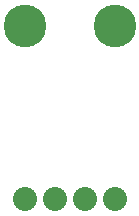
<source format=gbr>
G04 EAGLE Gerber RS-274X export*
G75*
%MOMM*%
%FSLAX34Y34*%
%LPD*%
%INSoldermask Bottom*%
%IPPOS*%
%AMOC8*
5,1,8,0,0,1.08239X$1,22.5*%
G01*
%ADD10C,3.617600*%
%ADD11C,2.032000*%


D10*
X25400Y165100D03*
X101600Y165100D03*
D11*
X25400Y19050D03*
X50800Y19050D03*
X76200Y19050D03*
X101600Y19050D03*
M02*

</source>
